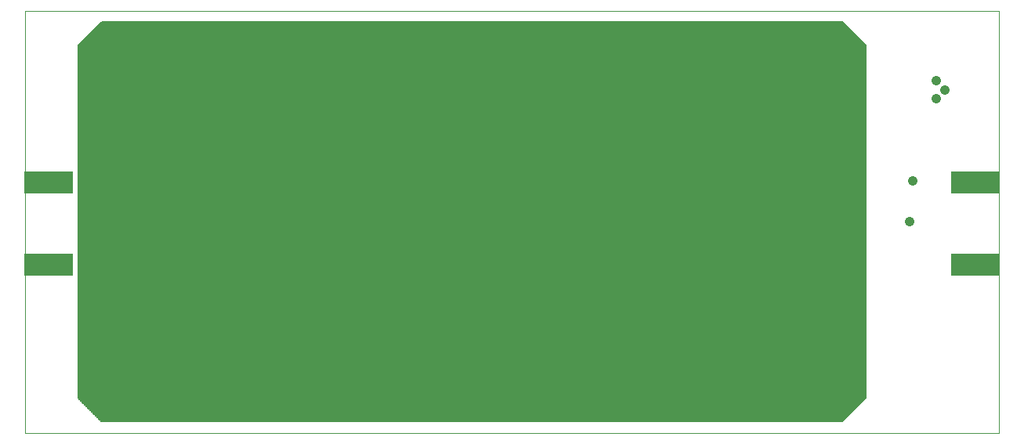
<source format=gbs>
G75*
G70*
%OFA0B0*%
%FSLAX24Y24*%
%IPPOS*%
%LPD*%
%AMOC8*
5,1,8,0,0,1.08239X$1,22.5*
%
%ADD10C,0.0000*%
%ADD11C,0.0060*%
%ADD12R,0.2080X0.0980*%
%ADD13C,0.0420*%
D10*
X003851Y000105D02*
X003851Y018100D01*
X045288Y018100D01*
X045288Y000105D01*
X003851Y000105D01*
X003851Y006843D02*
X003851Y011243D01*
X045288Y011243D02*
X045288Y006843D01*
D11*
X039601Y006818D02*
X006101Y006818D01*
X006101Y006876D02*
X039601Y006876D01*
X039601Y006935D02*
X006101Y006935D01*
X006101Y006993D02*
X039601Y006993D01*
X039601Y007052D02*
X006101Y007052D01*
X006101Y007110D02*
X039601Y007110D01*
X039601Y007169D02*
X006101Y007169D01*
X006101Y007227D02*
X039601Y007227D01*
X039601Y007286D02*
X006101Y007286D01*
X006101Y007344D02*
X039601Y007344D01*
X039601Y007403D02*
X006101Y007403D01*
X006101Y007461D02*
X039601Y007461D01*
X039601Y007520D02*
X006101Y007520D01*
X006101Y007578D02*
X039601Y007578D01*
X039601Y007637D02*
X006101Y007637D01*
X006101Y007695D02*
X039601Y007695D01*
X039601Y007754D02*
X006101Y007754D01*
X006101Y007812D02*
X039601Y007812D01*
X039601Y007871D02*
X006101Y007871D01*
X006101Y007929D02*
X039601Y007929D01*
X039601Y007988D02*
X006101Y007988D01*
X006101Y008046D02*
X039601Y008046D01*
X039601Y008105D02*
X006101Y008105D01*
X006101Y008164D02*
X039601Y008164D01*
X039601Y008222D02*
X006101Y008222D01*
X006101Y008281D02*
X039601Y008281D01*
X039601Y008339D02*
X006101Y008339D01*
X006101Y008398D02*
X039601Y008398D01*
X039601Y008456D02*
X006101Y008456D01*
X006101Y008515D02*
X039601Y008515D01*
X039601Y008573D02*
X006101Y008573D01*
X006101Y008632D02*
X039601Y008632D01*
X039601Y008690D02*
X006101Y008690D01*
X006101Y008749D02*
X039601Y008749D01*
X039601Y008807D02*
X006101Y008807D01*
X006101Y008866D02*
X039601Y008866D01*
X039601Y008924D02*
X006101Y008924D01*
X006101Y008983D02*
X039601Y008983D01*
X039601Y009041D02*
X006101Y009041D01*
X006101Y009100D02*
X039601Y009100D01*
X039601Y009158D02*
X006101Y009158D01*
X006101Y009217D02*
X039601Y009217D01*
X039601Y009275D02*
X006101Y009275D01*
X006101Y009334D02*
X039601Y009334D01*
X039601Y009392D02*
X006101Y009392D01*
X006101Y009451D02*
X039601Y009451D01*
X039601Y009509D02*
X006101Y009509D01*
X006101Y009568D02*
X039601Y009568D01*
X039601Y009626D02*
X006101Y009626D01*
X006101Y009685D02*
X039601Y009685D01*
X039601Y009743D02*
X006101Y009743D01*
X006101Y009802D02*
X039601Y009802D01*
X039601Y009860D02*
X006101Y009860D01*
X006101Y009919D02*
X039601Y009919D01*
X039601Y009977D02*
X006101Y009977D01*
X006101Y010036D02*
X039601Y010036D01*
X039601Y010094D02*
X006101Y010094D01*
X006101Y010153D02*
X039601Y010153D01*
X039601Y010211D02*
X006101Y010211D01*
X006101Y010270D02*
X039601Y010270D01*
X039601Y010328D02*
X006101Y010328D01*
X006101Y010387D02*
X039601Y010387D01*
X039601Y010445D02*
X006101Y010445D01*
X006101Y010504D02*
X039601Y010504D01*
X039601Y010562D02*
X006101Y010562D01*
X006101Y010621D02*
X039601Y010621D01*
X039601Y010679D02*
X006101Y010679D01*
X006101Y010738D02*
X039601Y010738D01*
X039601Y010796D02*
X006101Y010796D01*
X006101Y010855D02*
X039601Y010855D01*
X039601Y010913D02*
X006101Y010913D01*
X006101Y010972D02*
X039601Y010972D01*
X039601Y011030D02*
X006101Y011030D01*
X006101Y011089D02*
X039601Y011089D01*
X039601Y011147D02*
X006101Y011147D01*
X006101Y011206D02*
X039601Y011206D01*
X039601Y011264D02*
X006101Y011264D01*
X006101Y011323D02*
X039601Y011323D01*
X039601Y011381D02*
X006101Y011381D01*
X006101Y011440D02*
X039601Y011440D01*
X039601Y011498D02*
X006101Y011498D01*
X006101Y011557D02*
X039601Y011557D01*
X039601Y011615D02*
X006101Y011615D01*
X006101Y011674D02*
X039601Y011674D01*
X039601Y011732D02*
X006101Y011732D01*
X006101Y011791D02*
X039601Y011791D01*
X039601Y011849D02*
X006101Y011849D01*
X006101Y011908D02*
X039601Y011908D01*
X039601Y011966D02*
X006101Y011966D01*
X006101Y012025D02*
X039601Y012025D01*
X039601Y012083D02*
X006101Y012083D01*
X006101Y012142D02*
X039601Y012142D01*
X039601Y012200D02*
X006101Y012200D01*
X006101Y012259D02*
X039601Y012259D01*
X039601Y012317D02*
X006101Y012317D01*
X006101Y012376D02*
X039601Y012376D01*
X039601Y012434D02*
X006101Y012434D01*
X006101Y012493D02*
X039601Y012493D01*
X039601Y012551D02*
X006101Y012551D01*
X006101Y012610D02*
X039601Y012610D01*
X039601Y012668D02*
X006101Y012668D01*
X006101Y012727D02*
X039601Y012727D01*
X039601Y012785D02*
X006101Y012785D01*
X006101Y012844D02*
X039601Y012844D01*
X039601Y012902D02*
X006101Y012902D01*
X006101Y012961D02*
X039601Y012961D01*
X039601Y013019D02*
X006101Y013019D01*
X006101Y013078D02*
X039601Y013078D01*
X039601Y013136D02*
X006101Y013136D01*
X006101Y013195D02*
X039601Y013195D01*
X039601Y013253D02*
X006101Y013253D01*
X006101Y013312D02*
X039601Y013312D01*
X039601Y013370D02*
X006101Y013370D01*
X006101Y013429D02*
X039601Y013429D01*
X039601Y013487D02*
X006101Y013487D01*
X006101Y013546D02*
X039601Y013546D01*
X039601Y013604D02*
X006101Y013604D01*
X006101Y013663D02*
X039601Y013663D01*
X039601Y013721D02*
X006101Y013721D01*
X006101Y013780D02*
X039601Y013780D01*
X039601Y013838D02*
X006101Y013838D01*
X006101Y013897D02*
X039601Y013897D01*
X039601Y013955D02*
X006101Y013955D01*
X006101Y014014D02*
X039601Y014014D01*
X039601Y014072D02*
X006101Y014072D01*
X006101Y014131D02*
X039601Y014131D01*
X039601Y014189D02*
X006101Y014189D01*
X006101Y014248D02*
X039601Y014248D01*
X039601Y014306D02*
X006101Y014306D01*
X006101Y014365D02*
X039601Y014365D01*
X039601Y014423D02*
X006101Y014423D01*
X006101Y014482D02*
X039601Y014482D01*
X039601Y014540D02*
X006101Y014540D01*
X006101Y014599D02*
X039601Y014599D01*
X039601Y014657D02*
X006101Y014657D01*
X006101Y014716D02*
X039601Y014716D01*
X039601Y014774D02*
X006101Y014774D01*
X006101Y014833D02*
X039601Y014833D01*
X039601Y014891D02*
X006101Y014891D01*
X006101Y014950D02*
X039601Y014950D01*
X039601Y015008D02*
X006101Y015008D01*
X006101Y015067D02*
X039601Y015067D01*
X039601Y015125D02*
X006101Y015125D01*
X006101Y015184D02*
X039601Y015184D01*
X039601Y015242D02*
X006101Y015242D01*
X006101Y015301D02*
X039601Y015301D01*
X039601Y015359D02*
X006101Y015359D01*
X006101Y015418D02*
X039601Y015418D01*
X039601Y015476D02*
X006101Y015476D01*
X006101Y015535D02*
X039601Y015535D01*
X039601Y015593D02*
X006101Y015593D01*
X006101Y015652D02*
X039601Y015652D01*
X039601Y015710D02*
X006101Y015710D01*
X006101Y015769D02*
X039601Y015769D01*
X039601Y015827D02*
X006101Y015827D01*
X006101Y015886D02*
X039601Y015886D01*
X039601Y015944D02*
X006101Y015944D01*
X006101Y016003D02*
X039601Y016003D01*
X039601Y016061D02*
X006101Y016061D01*
X006101Y016120D02*
X039601Y016120D01*
X039601Y016178D02*
X006101Y016178D01*
X006101Y016237D02*
X039601Y016237D01*
X039601Y016295D02*
X006101Y016295D01*
X006101Y016354D02*
X039601Y016354D01*
X039601Y016412D02*
X006101Y016412D01*
X006101Y016471D02*
X039601Y016471D01*
X039601Y016529D02*
X006101Y016529D01*
X006101Y016588D02*
X039601Y016588D01*
X039601Y016605D02*
X038601Y017605D01*
X007101Y017605D01*
X006101Y016605D01*
X006101Y001605D01*
X007101Y000605D01*
X038601Y000605D01*
X039601Y001605D01*
X039601Y016605D01*
X039560Y016646D02*
X006142Y016646D01*
X006200Y016705D02*
X039501Y016705D01*
X039443Y016763D02*
X006259Y016763D01*
X006317Y016822D02*
X039384Y016822D01*
X039326Y016880D02*
X006376Y016880D01*
X006434Y016939D02*
X039267Y016939D01*
X039209Y016997D02*
X006493Y016997D01*
X006551Y017056D02*
X039150Y017056D01*
X039092Y017114D02*
X006610Y017114D01*
X006668Y017173D02*
X039033Y017173D01*
X038975Y017231D02*
X006727Y017231D01*
X006785Y017290D02*
X038916Y017290D01*
X038858Y017348D02*
X006844Y017348D01*
X006902Y017407D02*
X038799Y017407D01*
X038741Y017465D02*
X006961Y017465D01*
X007019Y017524D02*
X038682Y017524D01*
X038624Y017582D02*
X007078Y017582D01*
X006101Y006759D02*
X039601Y006759D01*
X039601Y006701D02*
X006101Y006701D01*
X006101Y006642D02*
X039601Y006642D01*
X039601Y006584D02*
X006101Y006584D01*
X006101Y006525D02*
X039601Y006525D01*
X039601Y006467D02*
X006101Y006467D01*
X006101Y006408D02*
X039601Y006408D01*
X039601Y006350D02*
X006101Y006350D01*
X006101Y006291D02*
X039601Y006291D01*
X039601Y006233D02*
X006101Y006233D01*
X006101Y006174D02*
X039601Y006174D01*
X039601Y006116D02*
X006101Y006116D01*
X006101Y006057D02*
X039601Y006057D01*
X039601Y005999D02*
X006101Y005999D01*
X006101Y005940D02*
X039601Y005940D01*
X039601Y005882D02*
X006101Y005882D01*
X006101Y005823D02*
X039601Y005823D01*
X039601Y005765D02*
X006101Y005765D01*
X006101Y005706D02*
X039601Y005706D01*
X039601Y005648D02*
X006101Y005648D01*
X006101Y005589D02*
X039601Y005589D01*
X039601Y005531D02*
X006101Y005531D01*
X006101Y005472D02*
X039601Y005472D01*
X039601Y005414D02*
X006101Y005414D01*
X006101Y005355D02*
X039601Y005355D01*
X039601Y005297D02*
X006101Y005297D01*
X006101Y005238D02*
X039601Y005238D01*
X039601Y005180D02*
X006101Y005180D01*
X006101Y005121D02*
X039601Y005121D01*
X039601Y005063D02*
X006101Y005063D01*
X006101Y005004D02*
X039601Y005004D01*
X039601Y004946D02*
X006101Y004946D01*
X006101Y004887D02*
X039601Y004887D01*
X039601Y004829D02*
X006101Y004829D01*
X006101Y004770D02*
X039601Y004770D01*
X039601Y004712D02*
X006101Y004712D01*
X006101Y004653D02*
X039601Y004653D01*
X039601Y004595D02*
X006101Y004595D01*
X006101Y004536D02*
X039601Y004536D01*
X039601Y004478D02*
X006101Y004478D01*
X006101Y004419D02*
X039601Y004419D01*
X039601Y004361D02*
X006101Y004361D01*
X006101Y004302D02*
X039601Y004302D01*
X039601Y004244D02*
X006101Y004244D01*
X006101Y004185D02*
X039601Y004185D01*
X039601Y004127D02*
X006101Y004127D01*
X006101Y004068D02*
X039601Y004068D01*
X039601Y004010D02*
X006101Y004010D01*
X006101Y003951D02*
X039601Y003951D01*
X039601Y003893D02*
X006101Y003893D01*
X006101Y003834D02*
X039601Y003834D01*
X039601Y003776D02*
X006101Y003776D01*
X006101Y003717D02*
X039601Y003717D01*
X039601Y003659D02*
X006101Y003659D01*
X006101Y003600D02*
X039601Y003600D01*
X039601Y003542D02*
X006101Y003542D01*
X006101Y003483D02*
X039601Y003483D01*
X039601Y003425D02*
X006101Y003425D01*
X006101Y003366D02*
X039601Y003366D01*
X039601Y003308D02*
X006101Y003308D01*
X006101Y003249D02*
X039601Y003249D01*
X039601Y003191D02*
X006101Y003191D01*
X006101Y003132D02*
X039601Y003132D01*
X039601Y003074D02*
X006101Y003074D01*
X006101Y003015D02*
X039601Y003015D01*
X039601Y002957D02*
X006101Y002957D01*
X006101Y002898D02*
X039601Y002898D01*
X039601Y002840D02*
X006101Y002840D01*
X006101Y002781D02*
X039601Y002781D01*
X039601Y002723D02*
X006101Y002723D01*
X006101Y002664D02*
X039601Y002664D01*
X039601Y002606D02*
X006101Y002606D01*
X006101Y002547D02*
X039601Y002547D01*
X039601Y002489D02*
X006101Y002489D01*
X006101Y002430D02*
X039601Y002430D01*
X039601Y002372D02*
X006101Y002372D01*
X006101Y002313D02*
X039601Y002313D01*
X039601Y002255D02*
X006101Y002255D01*
X006101Y002196D02*
X039601Y002196D01*
X039601Y002138D02*
X006101Y002138D01*
X006101Y002079D02*
X039601Y002079D01*
X039601Y002021D02*
X006101Y002021D01*
X006101Y001962D02*
X039601Y001962D01*
X039601Y001904D02*
X006101Y001904D01*
X006101Y001845D02*
X039601Y001845D01*
X039601Y001787D02*
X006101Y001787D01*
X006101Y001728D02*
X039601Y001728D01*
X039601Y001670D02*
X006101Y001670D01*
X006101Y001611D02*
X039601Y001611D01*
X039549Y001553D02*
X006153Y001553D01*
X006211Y001494D02*
X039490Y001494D01*
X039432Y001436D02*
X006270Y001436D01*
X006328Y001377D02*
X039373Y001377D01*
X039315Y001319D02*
X006387Y001319D01*
X006445Y001260D02*
X039256Y001260D01*
X039198Y001202D02*
X006504Y001202D01*
X006562Y001143D02*
X039139Y001143D01*
X039081Y001085D02*
X006621Y001085D01*
X006679Y001026D02*
X039022Y001026D01*
X038964Y000968D02*
X006738Y000968D01*
X006796Y000909D02*
X038905Y000909D01*
X038847Y000851D02*
X006855Y000851D01*
X006913Y000792D02*
X038788Y000792D01*
X038730Y000734D02*
X006972Y000734D01*
X007030Y000675D02*
X038671Y000675D01*
X038613Y000617D02*
X007089Y000617D01*
D12*
X004861Y007303D03*
X004861Y010783D03*
X044278Y010783D03*
X044278Y007303D03*
D13*
X044351Y007230D03*
X044851Y007230D03*
X043726Y007230D03*
X041476Y009105D03*
X043726Y010730D03*
X044351Y010730D03*
X044976Y010730D03*
X041601Y010855D03*
X042601Y014355D03*
X042976Y014730D03*
X042601Y015105D03*
X005476Y010730D03*
X004851Y010730D03*
X004226Y010730D03*
X004226Y007230D03*
X004851Y007230D03*
X005476Y007230D03*
M02*

</source>
